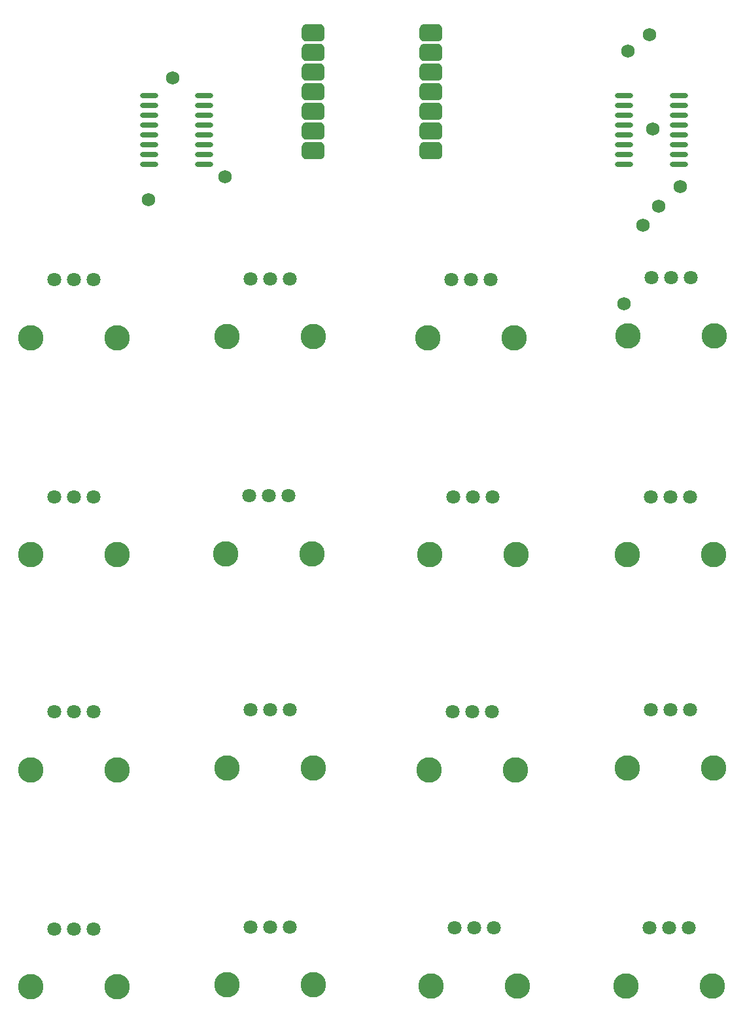
<source format=gts>
G04 Layer: TopSolderMaskLayer*
G04 EasyEDA v6.5.22, 2022-11-21 05:39:22*
G04 79285abd2fff4639a077ca8fd26d3c4e,5e732c2b7d5540c8836deda47cd93de7,10*
G04 Gerber Generator version 0.2*
G04 Scale: 100 percent, Rotated: No, Reflected: No *
G04 Dimensions in millimeters *
G04 leading zeros omitted , absolute positions ,4 integer and 5 decimal *
%FSLAX45Y45*%
%MOMM*%

%ADD10O,2.332609X0.7036053999999999*%
%ADD11C,1.8000*%
%ADD12C,3.3000*%
%ADD13C,1.7272*%

%LPD*%
G36*
X6490715Y7217663D02*
G01*
X6483858Y7218171D01*
X6476745Y7219442D01*
X6469634Y7221728D01*
X6463029Y7224521D01*
X6456934Y7228331D01*
X6451091Y7232904D01*
X6446011Y7237984D01*
X6441693Y7243826D01*
X6437884Y7249921D01*
X6434836Y7256526D01*
X6432550Y7263384D01*
X6431279Y7270750D01*
X6431025Y7277608D01*
X6431025Y7378192D01*
X6431279Y7385050D01*
X6432550Y7392415D01*
X6434836Y7399273D01*
X6437884Y7405878D01*
X6441693Y7412228D01*
X6446011Y7417815D01*
X6451091Y7422895D01*
X6456934Y7427468D01*
X6463029Y7431278D01*
X6469634Y7434071D01*
X6476745Y7436358D01*
X6483858Y7437628D01*
X6490715Y7438136D01*
X6666484Y7438136D01*
X6673341Y7437628D01*
X6680454Y7436358D01*
X6687311Y7434071D01*
X6694170Y7431278D01*
X6700265Y7427468D01*
X6706108Y7422895D01*
X6711188Y7417815D01*
X6715506Y7411973D01*
X6719315Y7405878D01*
X6722363Y7399273D01*
X6724650Y7392415D01*
X6725920Y7385050D01*
X6726174Y7378192D01*
X6726174Y7277608D01*
X6725920Y7270750D01*
X6724650Y7263637D01*
X6722363Y7256526D01*
X6719315Y7249921D01*
X6715506Y7243826D01*
X6711188Y7237984D01*
X6706108Y7232904D01*
X6700265Y7228331D01*
X6694170Y7224521D01*
X6687311Y7221728D01*
X6680454Y7219442D01*
X6673341Y7218171D01*
X6666484Y7217663D01*
G37*
G36*
X6490715Y6963663D02*
G01*
X6483858Y6964171D01*
X6476745Y6965442D01*
X6469634Y6967728D01*
X6463029Y6970521D01*
X6456934Y6974331D01*
X6451091Y6978904D01*
X6446011Y6983984D01*
X6441693Y6989826D01*
X6437884Y6995921D01*
X6434836Y7002526D01*
X6432550Y7009384D01*
X6431279Y7016750D01*
X6431025Y7023608D01*
X6431025Y7124192D01*
X6431279Y7131050D01*
X6432550Y7138415D01*
X6434836Y7145273D01*
X6437884Y7151878D01*
X6441693Y7158228D01*
X6446011Y7163815D01*
X6451091Y7168895D01*
X6456934Y7173468D01*
X6463029Y7177278D01*
X6469634Y7180071D01*
X6476745Y7182358D01*
X6483858Y7183628D01*
X6490715Y7184136D01*
X6666484Y7184136D01*
X6673341Y7183628D01*
X6680454Y7182358D01*
X6687311Y7180071D01*
X6694170Y7177278D01*
X6700265Y7173468D01*
X6706108Y7168895D01*
X6711188Y7163815D01*
X6715506Y7157973D01*
X6719315Y7151878D01*
X6722363Y7145273D01*
X6724650Y7138415D01*
X6725920Y7131050D01*
X6726174Y7124192D01*
X6726174Y7023608D01*
X6725920Y7016750D01*
X6724650Y7009637D01*
X6722363Y7002526D01*
X6719315Y6995921D01*
X6715506Y6989826D01*
X6711188Y6983984D01*
X6706108Y6978904D01*
X6700265Y6974331D01*
X6694170Y6970521D01*
X6687311Y6967728D01*
X6680454Y6965442D01*
X6673341Y6964171D01*
X6666484Y6963663D01*
G37*
G36*
X6490715Y6709663D02*
G01*
X6483858Y6710171D01*
X6476745Y6711442D01*
X6469634Y6713728D01*
X6463029Y6716521D01*
X6456934Y6720331D01*
X6451091Y6724904D01*
X6446011Y6729984D01*
X6441693Y6735826D01*
X6437884Y6741921D01*
X6434836Y6748526D01*
X6432550Y6755384D01*
X6431279Y6762750D01*
X6431025Y6769608D01*
X6431025Y6870192D01*
X6431279Y6877050D01*
X6432550Y6884415D01*
X6434836Y6891273D01*
X6437884Y6897878D01*
X6441693Y6904228D01*
X6446011Y6909815D01*
X6451091Y6914895D01*
X6456934Y6919468D01*
X6463029Y6923278D01*
X6469634Y6926071D01*
X6476745Y6928358D01*
X6483858Y6929628D01*
X6490715Y6930136D01*
X6666484Y6930136D01*
X6673341Y6929628D01*
X6680454Y6928358D01*
X6687311Y6926071D01*
X6694170Y6923278D01*
X6700265Y6919468D01*
X6706108Y6914895D01*
X6711188Y6909815D01*
X6715506Y6903973D01*
X6719315Y6897878D01*
X6722363Y6891273D01*
X6724650Y6884415D01*
X6725920Y6877050D01*
X6726174Y6870192D01*
X6726174Y6769608D01*
X6725920Y6762750D01*
X6724650Y6755637D01*
X6722363Y6748526D01*
X6719315Y6741921D01*
X6715506Y6735826D01*
X6711188Y6729984D01*
X6706108Y6724904D01*
X6700265Y6720331D01*
X6694170Y6716521D01*
X6687311Y6713728D01*
X6680454Y6711442D01*
X6673341Y6710171D01*
X6666484Y6709663D01*
G37*
G36*
X6490715Y6455663D02*
G01*
X6483858Y6456171D01*
X6476745Y6457442D01*
X6469634Y6459728D01*
X6463029Y6462521D01*
X6456934Y6466331D01*
X6451091Y6470904D01*
X6446011Y6475984D01*
X6441693Y6481826D01*
X6437884Y6487921D01*
X6434836Y6494526D01*
X6432550Y6501384D01*
X6431279Y6508750D01*
X6431025Y6515607D01*
X6431025Y6616192D01*
X6431279Y6623050D01*
X6432550Y6630415D01*
X6434836Y6637273D01*
X6437884Y6643878D01*
X6441693Y6650228D01*
X6446011Y6655815D01*
X6451091Y6660895D01*
X6456934Y6665468D01*
X6463029Y6669278D01*
X6469634Y6672071D01*
X6476745Y6674358D01*
X6483858Y6675628D01*
X6490715Y6676136D01*
X6666484Y6676136D01*
X6673341Y6675628D01*
X6680454Y6674358D01*
X6687311Y6672071D01*
X6694170Y6669278D01*
X6700265Y6665468D01*
X6706108Y6660895D01*
X6711188Y6655815D01*
X6715506Y6649973D01*
X6719315Y6643878D01*
X6722363Y6637273D01*
X6724650Y6630415D01*
X6725920Y6623050D01*
X6726174Y6616192D01*
X6726174Y6515607D01*
X6725920Y6508750D01*
X6724650Y6501637D01*
X6722363Y6494526D01*
X6719315Y6487921D01*
X6715506Y6481826D01*
X6711188Y6475984D01*
X6706108Y6470904D01*
X6700265Y6466331D01*
X6694170Y6462521D01*
X6687311Y6459728D01*
X6680454Y6457442D01*
X6673341Y6456171D01*
X6666484Y6455663D01*
G37*
G36*
X6490715Y6201663D02*
G01*
X6483858Y6202171D01*
X6476745Y6203442D01*
X6469634Y6205728D01*
X6463029Y6208521D01*
X6456934Y6212331D01*
X6451091Y6216904D01*
X6446011Y6221984D01*
X6441693Y6227826D01*
X6437884Y6233921D01*
X6434836Y6240526D01*
X6432550Y6247384D01*
X6431279Y6254750D01*
X6431025Y6261607D01*
X6431025Y6362192D01*
X6431279Y6369050D01*
X6432550Y6376415D01*
X6434836Y6383273D01*
X6437884Y6389878D01*
X6441693Y6396228D01*
X6446011Y6401815D01*
X6451091Y6406895D01*
X6456934Y6411468D01*
X6463029Y6415278D01*
X6469634Y6418071D01*
X6476745Y6420357D01*
X6483858Y6421628D01*
X6490715Y6422136D01*
X6666484Y6422136D01*
X6673341Y6421628D01*
X6680454Y6420357D01*
X6687311Y6418071D01*
X6694170Y6415278D01*
X6700265Y6411468D01*
X6706108Y6406895D01*
X6711188Y6401815D01*
X6715506Y6395973D01*
X6719315Y6389878D01*
X6722363Y6383273D01*
X6724650Y6376415D01*
X6725920Y6369050D01*
X6726174Y6362192D01*
X6726174Y6261607D01*
X6725920Y6254750D01*
X6724650Y6247637D01*
X6722363Y6240526D01*
X6719315Y6233921D01*
X6715506Y6227826D01*
X6711188Y6221984D01*
X6706108Y6216904D01*
X6700265Y6212331D01*
X6694170Y6208521D01*
X6687311Y6205728D01*
X6680454Y6203442D01*
X6673341Y6202171D01*
X6666484Y6201663D01*
G37*
G36*
X6490715Y5947663D02*
G01*
X6483858Y5948171D01*
X6476745Y5949442D01*
X6469634Y5951728D01*
X6463029Y5954521D01*
X6456934Y5958331D01*
X6451091Y5962904D01*
X6446011Y5967984D01*
X6441693Y5973826D01*
X6437884Y5979921D01*
X6434836Y5986526D01*
X6432550Y5993384D01*
X6431279Y6000750D01*
X6431025Y6007607D01*
X6431025Y6108192D01*
X6431279Y6115050D01*
X6432550Y6122415D01*
X6434836Y6129273D01*
X6437884Y6135878D01*
X6441693Y6142228D01*
X6446011Y6147815D01*
X6451091Y6152895D01*
X6456934Y6157468D01*
X6463029Y6161278D01*
X6469634Y6164071D01*
X6476745Y6166357D01*
X6483858Y6167628D01*
X6490715Y6168136D01*
X6666484Y6168136D01*
X6673341Y6167628D01*
X6680454Y6166357D01*
X6687311Y6164071D01*
X6694170Y6161278D01*
X6700265Y6157468D01*
X6706108Y6152895D01*
X6711188Y6147815D01*
X6715506Y6141973D01*
X6719315Y6135878D01*
X6722363Y6129273D01*
X6724650Y6122415D01*
X6725920Y6115050D01*
X6726174Y6108192D01*
X6726174Y6007607D01*
X6725920Y6000750D01*
X6724650Y5993637D01*
X6722363Y5986526D01*
X6719315Y5979921D01*
X6715506Y5973826D01*
X6711188Y5967984D01*
X6706108Y5962904D01*
X6700265Y5958331D01*
X6694170Y5954521D01*
X6687311Y5951728D01*
X6680454Y5949442D01*
X6673341Y5948171D01*
X6666484Y5947663D01*
G37*
G36*
X6490715Y5693663D02*
G01*
X6483858Y5694171D01*
X6476745Y5695442D01*
X6469634Y5697728D01*
X6463029Y5700521D01*
X6456934Y5704331D01*
X6451091Y5708904D01*
X6446011Y5713984D01*
X6441693Y5719826D01*
X6437884Y5725921D01*
X6434836Y5732526D01*
X6432550Y5739384D01*
X6431279Y5746750D01*
X6431025Y5753607D01*
X6431025Y5854192D01*
X6431279Y5861050D01*
X6432550Y5868415D01*
X6434836Y5875273D01*
X6437884Y5881878D01*
X6441693Y5888228D01*
X6446011Y5893815D01*
X6451091Y5898895D01*
X6456934Y5903468D01*
X6463029Y5907278D01*
X6469634Y5910071D01*
X6476745Y5912357D01*
X6483858Y5913628D01*
X6490715Y5914136D01*
X6666484Y5914136D01*
X6673341Y5913628D01*
X6680454Y5912357D01*
X6687311Y5910071D01*
X6694170Y5907278D01*
X6700265Y5903468D01*
X6706108Y5898895D01*
X6711188Y5893815D01*
X6715506Y5887973D01*
X6719315Y5881878D01*
X6722363Y5875273D01*
X6724650Y5868415D01*
X6725920Y5861050D01*
X6726174Y5854192D01*
X6726174Y5753607D01*
X6725920Y5746750D01*
X6724650Y5739637D01*
X6722363Y5732526D01*
X6719315Y5725921D01*
X6715506Y5719826D01*
X6711188Y5713984D01*
X6706108Y5708904D01*
X6700265Y5704331D01*
X6694170Y5700521D01*
X6687311Y5697728D01*
X6680454Y5695442D01*
X6673341Y5694171D01*
X6666484Y5693663D01*
G37*
G36*
X8014715Y5693663D02*
G01*
X8007858Y5694171D01*
X8000745Y5695442D01*
X7993634Y5697728D01*
X7987029Y5700521D01*
X7980934Y5704331D01*
X7975091Y5708904D01*
X7970011Y5713984D01*
X7965693Y5719826D01*
X7961884Y5725921D01*
X7958836Y5732526D01*
X7956550Y5739384D01*
X7955279Y5746750D01*
X7955025Y5753607D01*
X7955025Y5854192D01*
X7955279Y5861050D01*
X7956550Y5868415D01*
X7958836Y5875273D01*
X7961884Y5881878D01*
X7965693Y5888228D01*
X7970011Y5893815D01*
X7975091Y5898895D01*
X7980934Y5903468D01*
X7987029Y5907278D01*
X7993634Y5910071D01*
X8000745Y5912357D01*
X8007858Y5913628D01*
X8014715Y5914136D01*
X8190484Y5914136D01*
X8197341Y5913628D01*
X8204454Y5912357D01*
X8211311Y5910071D01*
X8218170Y5907278D01*
X8224265Y5903468D01*
X8230108Y5898895D01*
X8235188Y5893815D01*
X8239506Y5887973D01*
X8243315Y5881878D01*
X8246363Y5875273D01*
X8248650Y5868415D01*
X8249920Y5861050D01*
X8250174Y5854192D01*
X8250174Y5753607D01*
X8249920Y5746750D01*
X8248650Y5739637D01*
X8246363Y5732526D01*
X8243315Y5725921D01*
X8239506Y5719826D01*
X8235188Y5713984D01*
X8230108Y5708904D01*
X8224265Y5704331D01*
X8218170Y5700521D01*
X8211311Y5697728D01*
X8204454Y5695442D01*
X8197341Y5694171D01*
X8190484Y5693663D01*
G37*
G36*
X8014715Y5947663D02*
G01*
X8007858Y5948171D01*
X8000745Y5949442D01*
X7993634Y5951728D01*
X7987029Y5954521D01*
X7980934Y5958331D01*
X7975091Y5962904D01*
X7970011Y5967984D01*
X7965693Y5973826D01*
X7961884Y5979921D01*
X7958836Y5986526D01*
X7956550Y5993384D01*
X7955279Y6000750D01*
X7955025Y6007607D01*
X7955025Y6108192D01*
X7955279Y6115050D01*
X7956550Y6122415D01*
X7958836Y6129273D01*
X7961884Y6135878D01*
X7965693Y6142228D01*
X7970011Y6147815D01*
X7975091Y6152895D01*
X7980934Y6157468D01*
X7987029Y6161278D01*
X7993634Y6164071D01*
X8000745Y6166357D01*
X8007858Y6167628D01*
X8014715Y6168136D01*
X8190484Y6168136D01*
X8197341Y6167628D01*
X8204454Y6166357D01*
X8211311Y6164071D01*
X8218170Y6161278D01*
X8224265Y6157468D01*
X8230108Y6152895D01*
X8235188Y6147815D01*
X8239506Y6141973D01*
X8243315Y6135878D01*
X8246363Y6129273D01*
X8248650Y6122415D01*
X8249920Y6115050D01*
X8250174Y6108192D01*
X8250174Y6007607D01*
X8249920Y6000750D01*
X8248650Y5993637D01*
X8246363Y5986526D01*
X8243315Y5979921D01*
X8239506Y5973826D01*
X8235188Y5967984D01*
X8230108Y5962904D01*
X8224265Y5958331D01*
X8218170Y5954521D01*
X8211311Y5951728D01*
X8204454Y5949442D01*
X8197341Y5948171D01*
X8190484Y5947663D01*
G37*
G36*
X8014715Y6201663D02*
G01*
X8007858Y6202171D01*
X8000745Y6203442D01*
X7993634Y6205728D01*
X7987029Y6208521D01*
X7980934Y6212331D01*
X7975091Y6216904D01*
X7970011Y6221984D01*
X7965693Y6227826D01*
X7961884Y6233921D01*
X7958836Y6240526D01*
X7956550Y6247384D01*
X7955279Y6254750D01*
X7955025Y6261607D01*
X7955025Y6362192D01*
X7955279Y6369050D01*
X7956550Y6376415D01*
X7958836Y6383273D01*
X7961884Y6389878D01*
X7965693Y6396228D01*
X7970011Y6401815D01*
X7975091Y6406895D01*
X7980934Y6411468D01*
X7987029Y6415278D01*
X7993634Y6418071D01*
X8000745Y6420357D01*
X8007858Y6421628D01*
X8014715Y6422136D01*
X8190484Y6422136D01*
X8197341Y6421628D01*
X8204454Y6420357D01*
X8211311Y6418071D01*
X8218170Y6415278D01*
X8224265Y6411468D01*
X8230108Y6406895D01*
X8235188Y6401815D01*
X8239506Y6395973D01*
X8243315Y6389878D01*
X8246363Y6383273D01*
X8248650Y6376415D01*
X8249920Y6369050D01*
X8250174Y6362192D01*
X8250174Y6261607D01*
X8249920Y6254750D01*
X8248650Y6247637D01*
X8246363Y6240526D01*
X8243315Y6233921D01*
X8239506Y6227826D01*
X8235188Y6221984D01*
X8230108Y6216904D01*
X8224265Y6212331D01*
X8218170Y6208521D01*
X8211311Y6205728D01*
X8204454Y6203442D01*
X8197341Y6202171D01*
X8190484Y6201663D01*
G37*
G36*
X8014715Y6455663D02*
G01*
X8007858Y6456171D01*
X8000745Y6457442D01*
X7993634Y6459728D01*
X7987029Y6462521D01*
X7980934Y6466331D01*
X7975091Y6470904D01*
X7970011Y6475984D01*
X7965693Y6481826D01*
X7961884Y6487921D01*
X7958836Y6494526D01*
X7956550Y6501384D01*
X7955279Y6508750D01*
X7955025Y6515607D01*
X7955025Y6616192D01*
X7955279Y6623050D01*
X7956550Y6630415D01*
X7958836Y6637273D01*
X7961884Y6643878D01*
X7965693Y6650228D01*
X7970011Y6655815D01*
X7975091Y6660895D01*
X7980934Y6665468D01*
X7987029Y6669278D01*
X7993634Y6672071D01*
X8000745Y6674358D01*
X8007858Y6675628D01*
X8014715Y6676136D01*
X8190484Y6676136D01*
X8197341Y6675628D01*
X8204454Y6674358D01*
X8211311Y6672071D01*
X8218170Y6669278D01*
X8224265Y6665468D01*
X8230108Y6660895D01*
X8235188Y6655815D01*
X8239506Y6649973D01*
X8243315Y6643878D01*
X8246363Y6637273D01*
X8248650Y6630415D01*
X8249920Y6623050D01*
X8250174Y6616192D01*
X8250174Y6515607D01*
X8249920Y6508750D01*
X8248650Y6501637D01*
X8246363Y6494526D01*
X8243315Y6487921D01*
X8239506Y6481826D01*
X8235188Y6475984D01*
X8230108Y6470904D01*
X8224265Y6466331D01*
X8218170Y6462521D01*
X8211311Y6459728D01*
X8204454Y6457442D01*
X8197341Y6456171D01*
X8190484Y6455663D01*
G37*
G36*
X8014715Y6709663D02*
G01*
X8007858Y6710171D01*
X8000745Y6711442D01*
X7993634Y6713728D01*
X7987029Y6716521D01*
X7980934Y6720331D01*
X7975091Y6724904D01*
X7970011Y6729984D01*
X7965693Y6735826D01*
X7961884Y6741921D01*
X7958836Y6748526D01*
X7956550Y6755384D01*
X7955279Y6762750D01*
X7955025Y6769608D01*
X7955025Y6870192D01*
X7955279Y6877050D01*
X7956550Y6884415D01*
X7958836Y6891273D01*
X7961884Y6897878D01*
X7965693Y6904228D01*
X7970011Y6909815D01*
X7975091Y6914895D01*
X7980934Y6919468D01*
X7987029Y6923278D01*
X7993634Y6926071D01*
X8000745Y6928358D01*
X8007858Y6929628D01*
X8014715Y6930136D01*
X8190484Y6930136D01*
X8197341Y6929628D01*
X8204454Y6928358D01*
X8211311Y6926071D01*
X8218170Y6923278D01*
X8224265Y6919468D01*
X8230108Y6914895D01*
X8235188Y6909815D01*
X8239506Y6903973D01*
X8243315Y6897878D01*
X8246363Y6891273D01*
X8248650Y6884415D01*
X8249920Y6877050D01*
X8250174Y6870192D01*
X8250174Y6769608D01*
X8249920Y6762750D01*
X8248650Y6755637D01*
X8246363Y6748526D01*
X8243315Y6741921D01*
X8239506Y6735826D01*
X8235188Y6729984D01*
X8230108Y6724904D01*
X8224265Y6720331D01*
X8218170Y6716521D01*
X8211311Y6713728D01*
X8204454Y6711442D01*
X8197341Y6710171D01*
X8190484Y6709663D01*
G37*
G36*
X8014715Y6963663D02*
G01*
X8007858Y6964171D01*
X8000745Y6965442D01*
X7993634Y6967728D01*
X7987029Y6970521D01*
X7980934Y6974331D01*
X7975091Y6978904D01*
X7970011Y6983984D01*
X7965693Y6989826D01*
X7961884Y6995921D01*
X7958836Y7002526D01*
X7956550Y7009384D01*
X7955279Y7016750D01*
X7955025Y7023608D01*
X7955025Y7124192D01*
X7955279Y7131050D01*
X7956550Y7138415D01*
X7958836Y7145273D01*
X7961884Y7151878D01*
X7965693Y7158228D01*
X7970011Y7163815D01*
X7975091Y7168895D01*
X7980934Y7173468D01*
X7987029Y7177278D01*
X7993634Y7180071D01*
X8000745Y7182358D01*
X8007858Y7183628D01*
X8014715Y7184136D01*
X8190484Y7184136D01*
X8197341Y7183628D01*
X8204454Y7182358D01*
X8211311Y7180071D01*
X8218170Y7177278D01*
X8224265Y7173468D01*
X8230108Y7168895D01*
X8235188Y7163815D01*
X8239506Y7157973D01*
X8243315Y7151878D01*
X8246363Y7145273D01*
X8248650Y7138415D01*
X8249920Y7131050D01*
X8250174Y7124192D01*
X8250174Y7023608D01*
X8249920Y7016750D01*
X8248650Y7009637D01*
X8246363Y7002526D01*
X8243315Y6995921D01*
X8239506Y6989826D01*
X8235188Y6983984D01*
X8230108Y6978904D01*
X8224265Y6974331D01*
X8218170Y6970521D01*
X8211311Y6967728D01*
X8204454Y6965442D01*
X8197341Y6964171D01*
X8190484Y6963663D01*
G37*
G36*
X8014715Y7217663D02*
G01*
X8007858Y7218171D01*
X8000745Y7219442D01*
X7993634Y7221728D01*
X7987029Y7224521D01*
X7980934Y7228331D01*
X7975091Y7232904D01*
X7970011Y7237984D01*
X7965693Y7243826D01*
X7961884Y7249921D01*
X7958836Y7256526D01*
X7956550Y7263384D01*
X7955279Y7270750D01*
X7955025Y7277608D01*
X7955025Y7378192D01*
X7955279Y7385050D01*
X7956550Y7392415D01*
X7958836Y7399273D01*
X7961884Y7405878D01*
X7965693Y7412228D01*
X7970011Y7417815D01*
X7975091Y7422895D01*
X7980934Y7427468D01*
X7987029Y7431278D01*
X7993634Y7434071D01*
X8000745Y7436358D01*
X8007858Y7437628D01*
X8014715Y7438136D01*
X8190484Y7438136D01*
X8197341Y7437628D01*
X8204454Y7436358D01*
X8211311Y7434071D01*
X8218170Y7431278D01*
X8224265Y7427468D01*
X8230108Y7422895D01*
X8235188Y7417815D01*
X8239506Y7411973D01*
X8243315Y7405878D01*
X8246363Y7399273D01*
X8248650Y7392415D01*
X8249920Y7385050D01*
X8250174Y7378192D01*
X8250174Y7277608D01*
X8249920Y7270750D01*
X8248650Y7263637D01*
X8246363Y7256526D01*
X8243315Y7249921D01*
X8239506Y7243826D01*
X8235188Y7237984D01*
X8230108Y7232904D01*
X8224265Y7228331D01*
X8218170Y7224521D01*
X8211311Y7221728D01*
X8204454Y7219442D01*
X8197341Y7218171D01*
X8190484Y7217663D01*
G37*
D10*
G01*
X10603560Y6515100D03*
G01*
X10603560Y6388100D03*
G01*
X10603560Y6261100D03*
G01*
X10603560Y6134100D03*
G01*
X10603560Y6007100D03*
G01*
X10603560Y5880100D03*
G01*
X10603560Y5753100D03*
G01*
X10603560Y5626100D03*
G01*
X11316639Y6515100D03*
G01*
X11316639Y6388100D03*
G01*
X11316639Y6261100D03*
G01*
X11316639Y6134100D03*
G01*
X11316639Y6007100D03*
G01*
X11316639Y5880100D03*
G01*
X11316639Y5753100D03*
G01*
X11316639Y5626100D03*
G01*
X4456760Y6515100D03*
G01*
X4456760Y6388100D03*
G01*
X4456760Y6261100D03*
G01*
X4456760Y6134100D03*
G01*
X4456760Y6007100D03*
G01*
X4456760Y5880100D03*
G01*
X4456760Y5753100D03*
G01*
X4456760Y5626100D03*
G01*
X5169839Y6515100D03*
G01*
X5169839Y6388100D03*
G01*
X5169839Y6261100D03*
G01*
X5169839Y6134100D03*
G01*
X5169839Y6007100D03*
G01*
X5169839Y5880100D03*
G01*
X5169839Y5753100D03*
G01*
X5169839Y5626100D03*
D11*
G01*
X11442700Y-4247794D03*
G01*
X11188700Y-4247794D03*
G01*
X10934700Y-4247794D03*
D12*
G01*
X10628706Y-4997780D03*
G01*
X11748693Y-4997805D03*
D11*
G01*
X11455400Y-1428394D03*
G01*
X11201400Y-1428394D03*
G01*
X10947400Y-1428394D03*
D12*
G01*
X10641406Y-2178380D03*
G01*
X11761393Y-2178405D03*
D11*
G01*
X11455400Y1327505D03*
G01*
X11201400Y1327505D03*
G01*
X10947400Y1327505D03*
D12*
G01*
X10641406Y577519D03*
G01*
X11761393Y577494D03*
D11*
G01*
X11468100Y4159605D03*
G01*
X11214100Y4159605D03*
G01*
X10960100Y4159605D03*
D12*
G01*
X10654106Y3409619D03*
G01*
X11774093Y3409594D03*
D11*
G01*
X8915400Y-4247794D03*
G01*
X8661400Y-4247794D03*
G01*
X8407400Y-4247794D03*
D12*
G01*
X8101406Y-4997780D03*
G01*
X9221393Y-4997805D03*
D11*
G01*
X8890000Y-1453794D03*
G01*
X8636000Y-1453794D03*
G01*
X8382000Y-1453794D03*
D12*
G01*
X8076006Y-2203780D03*
G01*
X9195993Y-2203805D03*
D11*
G01*
X8902700Y1327505D03*
G01*
X8648700Y1327505D03*
G01*
X8394700Y1327505D03*
D12*
G01*
X8088706Y577519D03*
G01*
X9208693Y577494D03*
D11*
G01*
X8877300Y4134205D03*
G01*
X8623300Y4134205D03*
G01*
X8369300Y4134205D03*
D12*
G01*
X8063306Y3384219D03*
G01*
X9183293Y3384194D03*
D11*
G01*
X3733800Y4134205D03*
G01*
X3479800Y4134205D03*
G01*
X3225800Y4134205D03*
D12*
G01*
X2919806Y3384219D03*
G01*
X4039793Y3384194D03*
D11*
G01*
X3733800Y1327505D03*
G01*
X3479800Y1327505D03*
G01*
X3225800Y1327505D03*
D12*
G01*
X2919806Y577519D03*
G01*
X4039793Y577494D03*
D11*
G01*
X3733800Y-1453794D03*
G01*
X3479800Y-1453794D03*
G01*
X3225800Y-1453794D03*
D12*
G01*
X2919806Y-2203780D03*
G01*
X4039793Y-2203805D03*
D11*
G01*
X3733800Y-4260494D03*
G01*
X3479800Y-4260494D03*
G01*
X3225800Y-4260494D03*
D12*
G01*
X2919806Y-5010480D03*
G01*
X4039793Y-5010505D03*
D11*
G01*
X6273800Y4146905D03*
G01*
X6019800Y4146905D03*
G01*
X5765800Y4146905D03*
D12*
G01*
X5459806Y3396919D03*
G01*
X6579793Y3396894D03*
D11*
G01*
X6261100Y1340205D03*
G01*
X6007100Y1340205D03*
G01*
X5753100Y1340205D03*
D12*
G01*
X5447106Y590219D03*
G01*
X6567093Y590194D03*
D11*
G01*
X6273800Y-1428394D03*
G01*
X6019800Y-1428394D03*
G01*
X5765800Y-1428394D03*
D12*
G01*
X5459806Y-2178380D03*
G01*
X6579793Y-2178405D03*
D11*
G01*
X6273800Y-4235094D03*
G01*
X6019800Y-4235094D03*
G01*
X5765800Y-4235094D03*
D12*
G01*
X5459806Y-4985080D03*
G01*
X6579793Y-4985105D03*
D13*
G01*
X11328400Y5334000D03*
G01*
X11049000Y5080000D03*
G01*
X10845800Y4838700D03*
G01*
X6578600Y7327900D03*
G01*
X6578600Y7073900D03*
G01*
X6578600Y6819900D03*
G01*
X6578600Y6565900D03*
G01*
X6578600Y6311900D03*
G01*
X6578600Y6057900D03*
G01*
X6578600Y5803900D03*
G01*
X8102600Y7327900D03*
G01*
X8102600Y7073900D03*
G01*
X8102600Y6565900D03*
G01*
X8102600Y6311900D03*
G01*
X8102600Y6057900D03*
G01*
X8102600Y5803900D03*
G01*
X5435600Y5461000D03*
G01*
X4762500Y6743700D03*
G01*
X10934700Y7302500D03*
G01*
X10655300Y7086600D03*
G01*
X10972800Y6083300D03*
G01*
X4445000Y5168900D03*
G01*
X10604500Y3822700D03*
M02*

</source>
